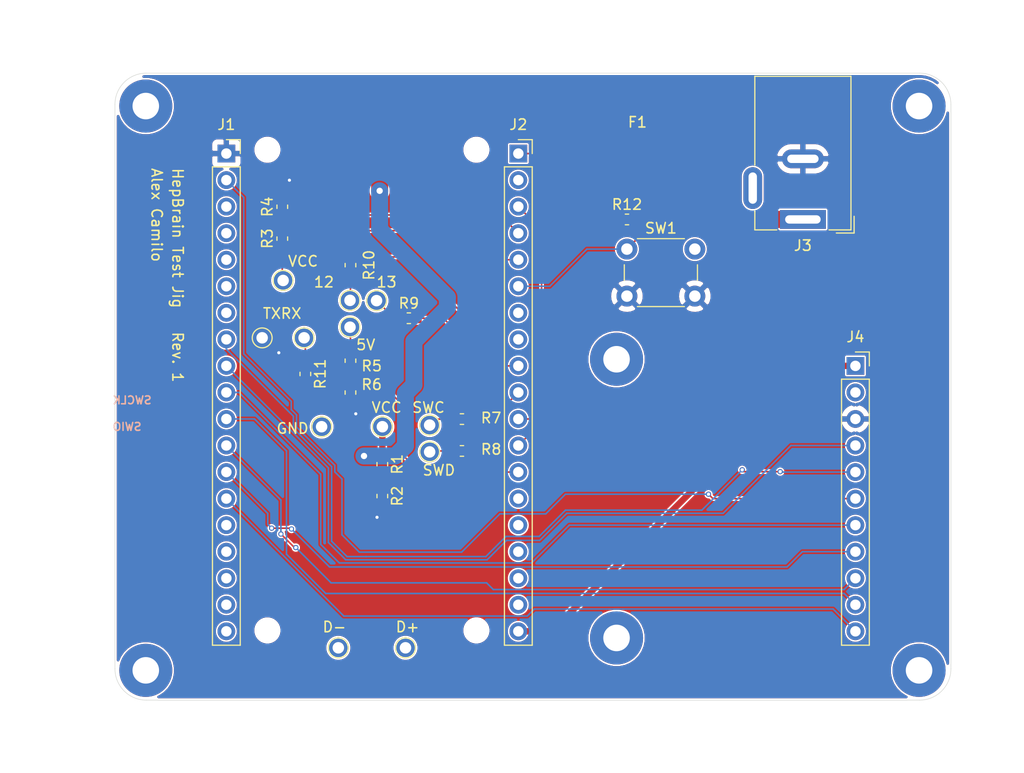
<source format=kicad_pcb>
(kicad_pcb (version 20171130) (host pcbnew "(5.1.6)-1")
  (layers (0 F.Cu signal) (31 B.Cu signal) (34 B.Paste user hide) (35 F.Paste user hide) (36 B.SilkS user hide) (37 F.SilkS user) (38 B.Mask user hide) (39 F.Mask user hide) (44 Edge.Cuts user))
  (net 0 "")
  (net 1 "Net-(J1-Pad3)")
  (net 2 "Net-(J1-Pad4)")
  (net 3 "Net-(J1-Pad5)")
  (net 4 "Net-(J1-Pad6)")
  (net 5 "Net-(J1-Pad7)")
  (net 6 "Net-(J1-Pad15)")
  (net 7 "Net-(J1-Pad16)")
  (net 8 "Net-(J1-Pad17)")
  (net 9 "Net-(J1-Pad18)")
  (net 10 "Net-(J1-Pad19)")
  (net 11 "Net-(J2-Pad18)")
  (net 12 "Net-(J2-Pad17)")
  (net 13 "Net-(J2-Pad16)")
  (net 14 "Net-(J2-Pad15)")
  (net 15 "Net-(J2-Pad14)")
  (net 16 "Net-(J2-Pad13)")
  (net 17 "Net-(J2-Pad12)")
  (net 18 "Net-(J2-Pad11)")
  (net 19 "Net-(J2-Pad10)")
  (net 20 "Net-(J2-Pad9)")
  (net 21 "Net-(J2-Pad8)")
  (net 22 "Net-(J2-Pad7)")
  (net 23 "Net-(J2-Pad2)")
  (net 24 TARGET_SWD_CK)
  (net 25 TARGET_SWD_DAT)
  (net 26 TARGET_SERVO_13)
  (net 27 TARGET_SERVO_12)
  (net 28 TARGET_SERVO_5V)
  (net 29 TARGET_TXRX)
  (net 30 TARGET_GND_JACK)
  (net 31 TARGET_VCC_JACK)
  (net 32 TARGET_USB_DP)
  (net 33 TARGET_VCC_SERVO)
  (net 34 TARGET_USB_DM)
  (net 35 GND)
  (net 36 ADC_5V)
  (net 37 ADC_SERVO_VCC)
  (net 38 ADC_JACK_VCC)
  (net 39 "Net-(J4-Pad1)")
  (net 40 "Net-(J4-Pad2)")
  (net 41 "Net-(J4-Pad11)")
  (net 42 VCC)
  (net 43 MOSI)
  (net 44 MISO)
  (net 45 SCK)
  (net 46 SSTFT)
  (net 47 SSSD)
  (net 48 DC)
  (net 49 RST)
  (net 50 LIT)
  (net 51 +5V)
  (net 52 sw)
  (net 53 +3V3)
  (module MountingHole:MountingHole_2.2mm_M2 (layer F.Cu) (at 144.59082 108.3302)
    (fp_text reference H1 hide)
    (fp_text value MountingHole)
    (pad 1 np_thru_hole circle (at 0 0) (size 2.2 2.2) (drill 2.2) (layers *.Cu *.Mask))
  )
  (module MountingHole:MountingHole_2.2mm_M2 (layer F.Cu) (at 164.59082 108.3302)
    (fp_text reference H2 hide)
    (fp_text value MountingHole)
    (pad 1 np_thru_hole circle (at 0 0) (size 2.2 2.2) (drill 2.2) (layers *.Cu *.Mask))
  )
  (module MountingHole:MountingHole_2.2mm_M2 (layer F.Cu) (at 144.59082 62.3302)
    (fp_text reference H3 hide)
    (fp_text value MountingHole)
    (pad 1 np_thru_hole circle (at 0 0) (size 2.2 2.2) (drill 2.2) (layers *.Cu *.Mask))
  )
  (module MountingHole:MountingHole_2.2mm_M2 (layer F.Cu) (at 164.59082 62.3302)
    (fp_text reference H4 hide)
    (fp_text value MountingHole)
    (pad 1 np_thru_hole circle (at 0 0) (size 2.2 2.2) (drill 2.2) (layers *.Cu *.Mask))
  )
  (module TestPoint:TestPoint_Pad_D1.5mm (layer F.Cu) (at 160.11482 88.68258)
    (fp_text reference TP1 hide)
    (fp_text value TestPoint)
    (fp_circle (center 0 0) (end 0 0.95) (layer F.SilkS) (width 0.12))
    (pad 1 smd circle (at 0 0) (size 1.5 1.5) (layers F.Cu F.Mask) (net 24 TARGET_SWD_CK))
  )
  (module TestPoint:TestPoint_Pad_D1.5mm (layer F.Cu) (at 160.11736 91.23274)
    (fp_text reference TP2 hide)
    (fp_text value TestPoint)
    (fp_circle (center 0 0) (end 0 0.95) (layer F.SilkS) (width 0.12))
    (pad 1 smd circle (at 0 0) (size 1.5 1.5) (layers F.Cu F.Mask) (net 25 TARGET_SWD_DAT))
  )
  (module TestPoint:TestPoint_Pad_D1.5mm (layer F.Cu) (at 155.03736 76.7649)
    (fp_text reference TP3 hide)
    (fp_text value TestPoint)
    (fp_circle (center 0 0) (end 0 0.95) (layer F.SilkS) (width 0.12))
    (pad 1 smd circle (at 0 0) (size 1.5 1.5) (layers F.Cu F.Mask) (net 26 TARGET_SERVO_13))
  )
  (module TestPoint:TestPoint_Pad_D1.5mm (layer F.Cu) (at 152.49228 76.74966)
    (fp_text reference TP4 hide)
    (fp_text value TestPoint)
    (fp_circle (center 0 0) (end 0 0.95) (layer F.SilkS) (width 0.12))
    (pad 1 smd circle (at 0 0) (size 1.5 1.5) (layers F.Cu F.Mask) (net 27 TARGET_SERVO_12))
  )
  (module TestPoint:TestPoint_Pad_D1.5mm (layer F.Cu) (at 152.49482 79.2922)
    (fp_text reference TP5 hide)
    (fp_text value TestPoint)
    (fp_circle (center 0 0) (end 0 0.95) (layer F.SilkS) (width 0.12))
    (pad 1 smd circle (at 0 0) (size 1.5 1.5) (layers F.Cu F.Mask) (net 28 TARGET_SERVO_5V))
  )
  (module TestPoint:TestPoint_Pad_D1.5mm (layer F.Cu) (at 148.093 80.3302)
    (fp_text reference TP6 hide)
    (fp_text value TestPoint)
    (fp_circle (center 0 0) (end 0 0.95) (layer F.SilkS) (width 0.12))
    (pad 1 smd circle (at 0 0) (size 1.5 1.5) (layers F.Cu F.Mask) (net 29 TARGET_TXRX))
  )
  (module TestPoint:TestPoint_Pad_D1.5mm (layer F.Cu) (at 144.09082 80.3336)
    (fp_text reference TP7 hide)
    (fp_text value TestPoint)
    (fp_circle (center 0 0) (end 0 0.95) (layer F.SilkS) (width 0.12))
    (pad 1 smd circle (at 0 0) (size 1.5 1.5) (layers F.Cu F.Mask) (net 35 GND))
  )
  (module TestPoint:TestPoint_Pad_D1.5mm (layer F.Cu) (at 149.79082 88.83498)
    (fp_text reference TP8 hide)
    (fp_text value TestPoint)
    (fp_circle (center 0 0) (end 0 0.95) (layer F.SilkS) (width 0.12))
    (pad 1 smd circle (at 0 0) (size 1.5 1.5) (layers F.Cu F.Mask) (net 30 TARGET_GND_JACK))
  )
  (module TestPoint:TestPoint_Pad_D1.5mm (layer F.Cu) (at 155.59082 88.83498)
    (fp_text reference TP9 hide)
    (fp_text value TestPoint)
    (fp_circle (center 0 0) (end 0 0.95) (layer F.SilkS) (width 0.12))
    (pad 1 smd circle (at 0 0) (size 1.5 1.5) (layers F.Cu F.Mask) (net 31 TARGET_VCC_JACK))
  )
  (module TestPoint:TestPoint_Pad_D1.5mm (layer F.Cu) (at 157.807486 109.99826)
    (fp_text reference TP10 hide)
    (fp_text value TestPoint)
    (fp_circle (center 0 0) (end 0 0.95) (layer F.SilkS) (width 0.12))
    (pad 1 smd circle (at 0 0) (size 1.5 1.5) (layers F.Cu F.Mask) (net 32 TARGET_USB_DP))
  )
  (module TestPoint:TestPoint_Pad_D1.5mm (layer F.Cu) (at 146.09082 74.83196)
    (fp_text reference TP11 hide)
    (fp_text value TestPoint)
    (fp_circle (center 0 0) (end 0 0.95) (layer F.SilkS) (width 0.12))
    (pad 1 smd circle (at 0 0) (size 1.5 1.5) (layers F.Cu F.Mask) (net 33 TARGET_VCC_SERVO))
  )
  (module TestPoint:TestPoint_Pad_D1.5mm (layer F.Cu) (at 151.374153 109.99826)
    (fp_text reference TP12 hide)
    (fp_text value TestPoint)
    (fp_circle (center 0 0) (end 0 0.95) (layer F.SilkS) (width 0.12))
    (pad 1 smd circle (at 0 0) (size 1.5 1.5) (layers F.Cu F.Mask) (net 34 TARGET_USB_DM))
  )
  (module Connector_PinSocket_2.54mm:PinSocket_1x19_P2.54mm_Vertical (layer F.Cu) (at 140.662241 62.694581)
    (fp_text reference J1 (at 0 -2.77) (layer F.SilkS))
    (fp_text value Conn_01x19_Female)
    (fp_line (start 0 -1.33) (end 1.33 -1.33) (layer F.SilkS) (width 0.12))
    (fp_line (start 1.33 -1.33) (end 1.33 0) (layer F.SilkS) (width 0.12))
    (fp_line (start 1.33 1.27) (end 1.33 47.05) (layer F.SilkS) (width 0.12))
    (fp_line (start -1.33 47.05) (end 1.33 47.05) (layer F.SilkS) (width 0.12))
    (fp_line (start -1.33 1.27) (end -1.33 47.05) (layer F.SilkS) (width 0.12))
    (fp_line (start -1.33 1.27) (end 1.33 1.27) (layer F.SilkS) (width 0.12))
    (pad 1 thru_hole rect (at 0 0) (size 1.7 1.7) (drill 1) (layers *.Cu *.Mask) (net 35 GND))
    (pad 2 thru_hole oval (at 0 2.54) (size 1.7 1.7) (drill 1) (layers *.Cu *.Mask) (net 43 MOSI))
    (pad 3 thru_hole oval (at 0 5.08) (size 1.7 1.7) (drill 1) (layers *.Cu *.Mask) (net 1 "Net-(J1-Pad3)"))
    (pad 4 thru_hole oval (at 0 7.62) (size 1.7 1.7) (drill 1) (layers *.Cu *.Mask) (net 2 "Net-(J1-Pad4)"))
    (pad 5 thru_hole oval (at 0 10.16) (size 1.7 1.7) (drill 1) (layers *.Cu *.Mask) (net 3 "Net-(J1-Pad5)"))
    (pad 6 thru_hole oval (at 0 12.7) (size 1.7 1.7) (drill 1) (layers *.Cu *.Mask) (net 4 "Net-(J1-Pad6)"))
    (pad 7 thru_hole oval (at 0 15.24) (size 1.7 1.7) (drill 1) (layers *.Cu *.Mask) (net 5 "Net-(J1-Pad7)"))
    (pad 8 thru_hole oval (at 0 17.78) (size 1.7 1.7) (drill 1) (layers *.Cu *.Mask) (net 44 MISO))
    (pad 9 thru_hole oval (at 0 20.32) (size 1.7 1.7) (drill 1) (layers *.Cu *.Mask) (net 45 SCK))
    (pad 10 thru_hole oval (at 0 22.86) (size 1.7 1.7) (drill 1) (layers *.Cu *.Mask) (net 46 SSTFT))
    (pad 11 thru_hole oval (at 0 25.4) (size 1.7 1.7) (drill 1) (layers *.Cu *.Mask) (net 47 SSSD))
    (pad 12 thru_hole oval (at 0 27.94) (size 1.7 1.7) (drill 1) (layers *.Cu *.Mask) (net 48 DC))
    (pad 13 thru_hole oval (at 0 30.48) (size 1.7 1.7) (drill 1) (layers *.Cu *.Mask) (net 49 RST))
    (pad 14 thru_hole oval (at 0 33.02) (size 1.7 1.7) (drill 1) (layers *.Cu *.Mask) (net 50 LIT))
    (pad 15 thru_hole oval (at 0 35.56) (size 1.7 1.7) (drill 1) (layers *.Cu *.Mask) (net 6 "Net-(J1-Pad15)"))
    (pad 16 thru_hole oval (at 0 38.1) (size 1.7 1.7) (drill 1) (layers *.Cu *.Mask) (net 7 "Net-(J1-Pad16)"))
    (pad 17 thru_hole oval (at 0 40.64) (size 1.7 1.7) (drill 1) (layers *.Cu *.Mask) (net 8 "Net-(J1-Pad17)"))
    (pad 18 thru_hole oval (at 0 43.18) (size 1.7 1.7) (drill 1) (layers *.Cu *.Mask) (net 9 "Net-(J1-Pad18)"))
    (pad 19 thru_hole oval (at 0 45.72) (size 1.7 1.7) (drill 1) (layers *.Cu *.Mask) (net 10 "Net-(J1-Pad19)"))
  )
  (module Connector_PinSocket_2.54mm:PinSocket_1x19_P2.54mm_Vertical (layer F.Cu) (at 168.602241 62.694581)
    (fp_text reference J2 (at 0 -2.77) (layer F.SilkS))
    (fp_text value Conn_01x19_Female)
    (fp_line (start -1.33 1.27) (end 1.33 1.27) (layer F.SilkS) (width 0.12))
    (fp_line (start -1.33 1.27) (end -1.33 47.05) (layer F.SilkS) (width 0.12))
    (fp_line (start -1.33 47.05) (end 1.33 47.05) (layer F.SilkS) (width 0.12))
    (fp_line (start 1.33 1.27) (end 1.33 47.05) (layer F.SilkS) (width 0.12))
    (fp_line (start 1.33 -1.33) (end 1.33 0) (layer F.SilkS) (width 0.12))
    (fp_line (start 0 -1.33) (end 1.33 -1.33) (layer F.SilkS) (width 0.12))
    (pad 19 thru_hole oval (at 0 45.72) (size 1.7 1.7) (drill 1) (layers *.Cu *.Mask) (net 51 +5V))
    (pad 18 thru_hole oval (at 0 43.18) (size 1.7 1.7) (drill 1) (layers *.Cu *.Mask) (net 11 "Net-(J2-Pad18)"))
    (pad 17 thru_hole oval (at 0 40.64) (size 1.7 1.7) (drill 1) (layers *.Cu *.Mask) (net 12 "Net-(J2-Pad17)"))
    (pad 16 thru_hole oval (at 0 38.1) (size 1.7 1.7) (drill 1) (layers *.Cu *.Mask) (net 13 "Net-(J2-Pad16)"))
    (pad 15 thru_hole oval (at 0 35.56) (size 1.7 1.7) (drill 1) (layers *.Cu *.Mask) (net 14 "Net-(J2-Pad15)"))
    (pad 14 thru_hole oval (at 0 33.02) (size 1.7 1.7) (drill 1) (layers *.Cu *.Mask) (net 15 "Net-(J2-Pad14)"))
    (pad 13 thru_hole oval (at 0 30.48) (size 1.7 1.7) (drill 1) (layers *.Cu *.Mask) (net 16 "Net-(J2-Pad13)"))
    (pad 12 thru_hole oval (at 0 27.94) (size 1.7 1.7) (drill 1) (layers *.Cu *.Mask) (net 17 "Net-(J2-Pad12)"))
    (pad 11 thru_hole oval (at 0 25.4) (size 1.7 1.7) (drill 1) (layers *.Cu *.Mask) (net 18 "Net-(J2-Pad11)"))
    (pad 10 thru_hole oval (at 0 22.86) (size 1.7 1.7) (drill 1) (layers *.Cu *.Mask) (net 19 "Net-(J2-Pad10)"))
    (pad 9 thru_hole oval (at 0 20.32) (size 1.7 1.7) (drill 1) (layers *.Cu *.Mask) (net 20 "Net-(J2-Pad9)"))
    (pad 8 thru_hole oval (at 0 17.78) (size 1.7 1.7) (drill 1) (layers *.Cu *.Mask) (net 21 "Net-(J2-Pad8)"))
    (pad 7 thru_hole oval (at 0 15.24) (size 1.7 1.7) (drill 1) (layers *.Cu *.Mask) (net 22 "Net-(J2-Pad7)"))
    (pad 6 thru_hole oval (at 0 12.7) (size 1.7 1.7) (drill 1) (layers *.Cu *.Mask) (net 52 sw))
    (pad 5 thru_hole oval (at 0 10.16) (size 1.7 1.7) (drill 1) (layers *.Cu *.Mask) (net 36 ADC_5V))
    (pad 4 thru_hole oval (at 0 7.62) (size 1.7 1.7) (drill 1) (layers *.Cu *.Mask) (net 37 ADC_SERVO_VCC))
    (pad 3 thru_hole oval (at 0 5.08) (size 1.7 1.7) (drill 1) (layers *.Cu *.Mask) (net 38 ADC_JACK_VCC))
    (pad 2 thru_hole oval (at 0 2.54) (size 1.7 1.7) (drill 1) (layers *.Cu *.Mask) (net 23 "Net-(J2-Pad2)"))
    (pad 1 thru_hole rect (at 0 0) (size 1.7 1.7) (drill 1) (layers *.Cu *.Mask) (net 53 +3V3))
  )
  (module Connector_BarrelJack:BarrelJack_Wuerth_6941xx301002 (layer F.Cu) (at 195.83484 69 180)
    (fp_text reference J3 (at 0 -2.5) (layer F.SilkS))
    (fp_text value Barrel_Jack)
    (fp_line (start -4.6 -1) (end -2.5 -1) (layer F.SilkS) (width 0.12))
    (fp_line (start -4.9 -1.3) (end -4.9 0.3) (layer F.SilkS) (width 0.12))
    (fp_line (start -3.2 -1.3) (end -4.9 -1.3) (layer F.SilkS) (width 0.12))
    (fp_line (start 4.6 -1) (end 4.6 0.8) (layer F.SilkS) (width 0.12))
    (fp_line (start 2.5 -1) (end 4.6 -1) (layer F.SilkS) (width 0.12))
    (fp_line (start -4.6 13.7) (end -4.6 -1) (layer F.SilkS) (width 0.12))
    (fp_line (start 4.6 13.7) (end -4.6 13.7) (layer F.SilkS) (width 0.12))
    (fp_line (start 4.6 5.2) (end 4.6 13.7) (layer F.SilkS) (width 0.12))
    (pad 3 thru_hole oval (at 4.8 3 270) (size 4 1.8) (drill oval 3 0.8) (layers *.Cu *.Mask))
    (pad 2 thru_hole oval (at 0 5.8 180) (size 4 1.8) (drill oval 3 0.8) (layers *.Cu *.Mask) (net 35 GND))
    (pad 1 thru_hole rect (at 0 0 180) (size 4.4 1.8) (drill oval 3.4 0.8) (layers *.Cu *.Mask) (net 42 VCC))
  )
  (module Connector_PinSocket_2.54mm:PinSocket_1x11_P2.54mm_Vertical (layer F.Cu) (at 200.8615 83.014581)
    (fp_text reference J4 (at 0 -2.77) (layer F.SilkS))
    (fp_text value Conn_01x11_Female)
    (fp_line (start 0 -1.33) (end 1.33 -1.33) (layer F.SilkS) (width 0.12))
    (fp_line (start 1.33 -1.33) (end 1.33 0) (layer F.SilkS) (width 0.12))
    (fp_line (start 1.33 1.27) (end 1.33 26.73) (layer F.SilkS) (width 0.12))
    (fp_line (start -1.33 26.73) (end 1.33 26.73) (layer F.SilkS) (width 0.12))
    (fp_line (start -1.33 1.27) (end -1.33 26.73) (layer F.SilkS) (width 0.12))
    (fp_line (start -1.33 1.27) (end 1.33 1.27) (layer F.SilkS) (width 0.12))
    (pad 1 thru_hole rect (at 0 0) (size 1.7 1.7) (drill 1) (layers *.Cu *.Mask) (net 51 +5V))
    (pad 2 thru_hole oval (at 0 2.54) (size 1.7 1.7) (drill 1) (layers *.Cu *.Mask) (net 40 "Net-(J4-Pad2)"))
    (pad 3 thru_hole oval (at 0 5.08) (size 1.7 1.7) (drill 1) (layers *.Cu *.Mask) (net 35 GND))
    (pad 4 thru_hole oval (at 0 7.62) (size 1.7 1.7) (drill 1) (layers *.Cu *.Mask) (net 45 SCK))
    (pad 5 thru_hole oval (at 0 10.16) (size 1.7 1.7) (drill 1) (layers *.Cu *.Mask) (net 44 MISO))
    (pad 6 thru_hole oval (at 0 12.7) (size 1.7 1.7) (drill 1) (layers *.Cu *.Mask) (net 43 MOSI))
    (pad 7 thru_hole oval (at 0 15.24) (size 1.7 1.7) (drill 1) (layers *.Cu *.Mask) (net 46 SSTFT))
    (pad 8 thru_hole oval (at 0 17.78) (size 1.7 1.7) (drill 1) (layers *.Cu *.Mask) (net 49 RST))
    (pad 9 thru_hole oval (at 0 20.32) (size 1.7 1.7) (drill 1) (layers *.Cu *.Mask) (net 48 DC))
    (pad 10 thru_hole oval (at 0 22.86) (size 1.7 1.7) (drill 1) (layers *.Cu *.Mask) (net 47 SSSD))
    (pad 11 thru_hole oval (at 0 25.4) (size 1.7 1.7) (drill 1) (layers *.Cu *.Mask) (net 50 LIT))
  )
  (module Resistor_SMD:R_0603_1608Metric (layer F.Cu) (at 155.586 92.424 270)
    (fp_text reference R1 (at 0 -1.43 90) (layer F.SilkS))
    (fp_text value 50k)
    (fp_line (start -0.162779 0.51) (end 0.162779 0.51) (layer F.SilkS) (width 0.12))
    (fp_line (start -0.162779 -0.51) (end 0.162779 -0.51) (layer F.SilkS) (width 0.12))
    (pad 1 smd roundrect (at -0.7875 0 270) (size 0.875 0.95) (layers F.Cu F.Paste F.Mask) (net 31 TARGET_VCC_JACK))
    (pad 2 smd roundrect (at 0.7875 0 270) (size 0.875 0.95) (layers F.Cu F.Paste F.Mask) (net 38 ADC_JACK_VCC))
  )
  (module Resistor_SMD:R_0603_1608Metric (layer F.Cu) (at 155.586 95.472 270)
    (fp_text reference R2 (at 0 -1.43 90) (layer F.SilkS))
    (fp_text value 10k)
    (fp_line (start -0.162779 0.51) (end 0.162779 0.51) (layer F.SilkS) (width 0.12))
    (fp_line (start -0.162779 -0.51) (end 0.162779 -0.51) (layer F.SilkS) (width 0.12))
    (pad 1 smd roundrect (at -0.7875 0 270) (size 0.875 0.95) (layers F.Cu F.Paste F.Mask) (net 38 ADC_JACK_VCC))
    (pad 2 smd roundrect (at 0.7875 0 270) (size 0.875 0.95) (layers F.Cu F.Paste F.Mask) (net 35 GND))
  )
  (module Resistor_SMD:R_0603_1608Metric (layer F.Cu) (at 146.013361 70.834 90)
    (fp_text reference R3 (at 0 -1.43 90) (layer F.SilkS))
    (fp_text value 50k)
    (fp_line (start -0.162779 -0.51) (end 0.162779 -0.51) (layer F.SilkS) (width 0.12))
    (fp_line (start -0.162779 0.51) (end 0.162779 0.51) (layer F.SilkS) (width 0.12))
    (pad 2 smd roundrect (at 0.7875 0 90) (size 0.875 0.95) (layers F.Cu F.Paste F.Mask) (net 37 ADC_SERVO_VCC))
    (pad 1 smd roundrect (at -0.7875 0 90) (size 0.875 0.95) (layers F.Cu F.Paste F.Mask) (net 33 TARGET_VCC_SERVO))
  )
  (module Resistor_SMD:R_0603_1608Metric (layer F.Cu) (at 146.013361 67.786 90)
    (fp_text reference R4 (at 0 -1.43 90) (layer F.SilkS))
    (fp_text value 10k)
    (fp_line (start -0.162779 0.51) (end 0.162779 0.51) (layer F.SilkS) (width 0.12))
    (fp_line (start -0.162779 -0.51) (end 0.162779 -0.51) (layer F.SilkS) (width 0.12))
    (pad 1 smd roundrect (at -0.7875 0 90) (size 0.875 0.95) (layers F.Cu F.Paste F.Mask) (net 37 ADC_SERVO_VCC))
    (pad 2 smd roundrect (at 0.7875 0 90) (size 0.875 0.95) (layers F.Cu F.Paste F.Mask) (net 35 GND))
  )
  (module Resistor_SMD:R_0603_1608Metric (layer F.Cu) (at 152.538 82.518 270)
    (fp_text reference R5 (at 0.508 -2.032 180) (layer F.SilkS))
    (fp_text value 50k)
    (fp_line (start -0.162779 -0.51) (end 0.162779 -0.51) (layer F.SilkS) (width 0.12))
    (fp_line (start -0.162779 0.51) (end 0.162779 0.51) (layer F.SilkS) (width 0.12))
    (pad 2 smd roundrect (at 0.7875 0 270) (size 0.875 0.95) (layers F.Cu F.Paste F.Mask) (net 36 ADC_5V))
    (pad 1 smd roundrect (at -0.7875 0 270) (size 0.875 0.95) (layers F.Cu F.Paste F.Mask) (net 28 TARGET_SERVO_5V))
  )
  (module Resistor_SMD:R_0603_1608Metric (layer F.Cu) (at 152.538 85.566 270)
    (fp_text reference R6 (at -0.762 -2.032 180) (layer F.SilkS))
    (fp_text value 10k)
    (fp_line (start -0.162779 -0.51) (end 0.162779 -0.51) (layer F.SilkS) (width 0.12))
    (fp_line (start -0.162779 0.51) (end 0.162779 0.51) (layer F.SilkS) (width 0.12))
    (pad 2 smd roundrect (at 0.7875 0 270) (size 0.875 0.95) (layers F.Cu F.Paste F.Mask) (net 35 GND))
    (pad 1 smd roundrect (at -0.7875 0 270) (size 0.875 0.95) (layers F.Cu F.Paste F.Mask) (net 36 ADC_5V))
  )
  (module Resistor_SMD:R_0603_1608Metric (layer F.Cu) (at 163.206 88.106 180)
    (fp_text reference R7 (at -2.794 0.106) (layer F.SilkS))
    (fp_text value 330)
    (fp_line (start -0.162779 0.51) (end 0.162779 0.51) (layer F.SilkS) (width 0.12))
    (fp_line (start -0.162779 -0.51) (end 0.162779 -0.51) (layer F.SilkS) (width 0.12))
    (pad 1 smd roundrect (at -0.7875 0 180) (size 0.875 0.95) (layers F.Cu F.Paste F.Mask) (net 20 "Net-(J2-Pad9)"))
    (pad 2 smd roundrect (at 0.7875 0 180) (size 0.875 0.95) (layers F.Cu F.Paste F.Mask) (net 24 TARGET_SWD_CK))
  )
  (module Resistor_SMD:R_0603_1608Metric (layer F.Cu) (at 163.206 91.154)
    (fp_text reference R8 (at 2.794 -0.154) (layer F.SilkS))
    (fp_text value 330)
    (fp_line (start -0.162779 -0.51) (end 0.162779 -0.51) (layer F.SilkS) (width 0.12))
    (fp_line (start -0.162779 0.51) (end 0.162779 0.51) (layer F.SilkS) (width 0.12))
    (pad 2 smd roundrect (at 0.7875 0) (size 0.875 0.95) (layers F.Cu F.Paste F.Mask) (net 19 "Net-(J2-Pad10)"))
    (pad 1 smd roundrect (at -0.7875 0) (size 0.875 0.95) (layers F.Cu F.Paste F.Mask) (net 25 TARGET_SWD_DAT))
  )
  (module Resistor_SMD:R_0603_1608Metric (layer F.Cu) (at 158.126 78.454)
    (fp_text reference R9 (at 0 -1.43) (layer F.SilkS))
    (fp_text value 330)
    (fp_line (start -0.162779 0.51) (end 0.162779 0.51) (layer F.SilkS) (width 0.12))
    (fp_line (start -0.162779 -0.51) (end 0.162779 -0.51) (layer F.SilkS) (width 0.12))
    (pad 1 smd roundrect (at -0.7875 0) (size 0.875 0.95) (layers F.Cu F.Paste F.Mask) (net 26 TARGET_SERVO_13))
    (pad 2 smd roundrect (at 0.7875 0) (size 0.875 0.95) (layers F.Cu F.Paste F.Mask) (net 18 "Net-(J2-Pad11)"))
  )
  (module Resistor_SMD:R_0603_1608Metric (layer F.Cu) (at 152.538 73.374 90)
    (fp_text reference R10 (at 0 1.778 90) (layer F.SilkS))
    (fp_text value 330)
    (fp_line (start -0.162779 -0.51) (end 0.162779 -0.51) (layer F.SilkS) (width 0.12))
    (fp_line (start -0.162779 0.51) (end 0.162779 0.51) (layer F.SilkS) (width 0.12))
    (pad 2 smd roundrect (at 0.7875 0 90) (size 0.875 0.95) (layers F.Cu F.Paste F.Mask) (net 17 "Net-(J2-Pad12)"))
    (pad 1 smd roundrect (at -0.7875 0 90) (size 0.875 0.95) (layers F.Cu F.Paste F.Mask) (net 27 TARGET_SERVO_12))
  )
  (module Resistor_SMD:R_0603_1608Metric (layer F.Cu) (at 148.22 83.788 270)
    (fp_text reference R11 (at 0 -1.43 90) (layer F.SilkS))
    (fp_text value 330)
    (fp_line (start -0.162779 0.51) (end 0.162779 0.51) (layer F.SilkS) (width 0.12))
    (fp_line (start -0.162779 -0.51) (end 0.162779 -0.51) (layer F.SilkS) (width 0.12))
    (pad 1 smd roundrect (at -0.7875 0 270) (size 0.875 0.95) (layers F.Cu F.Paste F.Mask) (net 29 TARGET_TXRX))
    (pad 2 smd roundrect (at 0.7875 0 270) (size 0.875 0.95) (layers F.Cu F.Paste F.Mask) (net 16 "Net-(J2-Pad13)"))
  )
  (module unified:NANO-0154-OMNI-BLOK-Fuse-Holder (layer F.Cu) (at 180 63 180)
    (fp_text reference F1 (at 0 3.302) (layer F.SilkS))
    (fp_text value Fuse)
    (pad 1 smd rect (at -3.185 0 180) (size 4.24 3.81) (layers F.Cu F.Paste F.Mask) (net 42 VCC))
    (pad 2 smd rect (at 3.185 0 180) (size 4.24 3.81) (layers F.Cu F.Paste F.Mask) (net 31 TARGET_VCC_JACK))
  )
  (module Button_Switch_THT:SW_PUSH_6mm (layer F.Cu) (at 178.99464 71.83774)
    (fp_text reference SW1 (at 3.25 -2) (layer F.SilkS))
    (fp_text value SW_Push)
    (fp_line (start 6.75 3) (end 6.75 1.5) (layer F.SilkS) (width 0.12))
    (fp_line (start 5.5 -1) (end 1 -1) (layer F.SilkS) (width 0.12))
    (fp_line (start -0.25 1.5) (end -0.25 3) (layer F.SilkS) (width 0.12))
    (fp_line (start 1 5.5) (end 5.5 5.5) (layer F.SilkS) (width 0.12))
    (pad 2 thru_hole circle (at 0 4.5 90) (size 2 2) (drill 1.1) (layers *.Cu *.Mask) (net 35 GND))
    (pad 1 thru_hole circle (at 0 0 90) (size 2 2) (drill 1.1) (layers *.Cu *.Mask) (net 52 sw))
    (pad 2 thru_hole circle (at 6.5 4.5 90) (size 2 2) (drill 1.1) (layers *.Cu *.Mask) (net 35 GND))
    (pad 1 thru_hole circle (at 6.5 0 90) (size 2 2) (drill 1.1) (layers *.Cu *.Mask) (net 52 sw))
  )
  (module Resistor_SMD:R_0603_1608Metric (layer F.Cu) (at 179 69)
    (fp_text reference R12 (at 0 -1.43) (layer F.SilkS))
    (fp_text value 10k)
    (fp_line (start -0.162779 0.51) (end 0.162779 0.51) (layer F.SilkS) (width 0.12))
    (fp_line (start -0.162779 -0.51) (end 0.162779 -0.51) (layer F.SilkS) (width 0.12))
    (pad 1 smd roundrect (at -0.7875 0) (size 0.875 0.95) (layers F.Cu F.Paste F.Mask) (net 53 +3V3))
    (pad 2 smd roundrect (at 0.7875 0) (size 0.875 0.95) (layers F.Cu F.Paste F.Mask) (net 52 sw))
  )
  (gr_text "Alex Camilo" (at 134 64 270) (layer F.SilkS) (effects (font (size 1 1)) (justify left)))
  (gr_text "HepBrain Test Jig   Rev. 1" (at 136 64 270) (layer F.SilkS) (effects (font (size 1 1)) (justify left)))
  (gr_text D+ (at 158 108) (layer F.SilkS) (effects (font (size 1 1))))
  (gr_text D- (at 151 108) (layer F.SilkS) (effects (font (size 1 1))))
  (gr_text SWD (at 161 93) (layer F.SilkS) (effects (font (size 1 1))))
  (gr_text SWC (at 160 87) (layer F.SilkS) (effects (font (size 1 1))))
  (gr_text VCC (at 156 87) (layer F.SilkS) (effects (font (size 1 1))))
  (gr_text GND (at 147 89) (layer F.SilkS) (effects (font (size 1 1))))
  (gr_text 12 (at 150 75) (layer F.SilkS) (effects (font (size 1 1))))
  (gr_text 13 (at 156 75) (layer F.SilkS) (effects (font (size 1 1))))
  (gr_text 5V (at 154 81) (layer F.SilkS) (effects (font (size 1 1))))
  (gr_text TXRX (at 146 78) (layer F.SilkS) (effects (font (size 1 1))))
  (gr_text VCC (at 148 73) (layer F.SilkS) (effects (font (size 1 1))))
  (gr_line (start 133 55) (end 207 55) (layer Edge.Cuts) (width 0.05))
  (gr_line (start 130 112) (end 130 58) (layer Edge.Cuts) (width 0.05))
  (gr_line (start 207 115) (end 133 115) (layer Edge.Cuts) (width 0.05))
  (gr_line (start 210 58) (end 210 112) (layer Edge.Cuts) (width 0.05))
  (gr_arc (start 133 112) (end 130 112) (angle -90) (layer Edge.Cuts) (width 0.05))
  (gr_arc (start 207 112) (end 207 115) (angle -90) (layer Edge.Cuts) (width 0.05))
  (gr_arc (start 207 58) (end 210 58) (angle -90) (layer Edge.Cuts) (width 0.05))
  (gr_arc (start 133 58) (end 133 55) (angle -90) (layer Edge.Cuts) (width 0.05))
  (gr_text "SWIO\n" (at 131.167858 88.84) (layer B.SilkS) (effects (font (size 0.75 0.75)) (justify mirror)))
  (gr_text SWCLK (at 131.65 86.3) (layer B.SilkS) (effects (font (size 0.75 0.75)) (justify mirror)))
  (via (at 132.9515 112.149581) (size 5.08) (drill 2.54) (layers F.Cu B.Cu) (net 0))
  (via (at 132.9515 58.149581) (size 5.08) (drill 2.54) (layers F.Cu B.Cu) (net 0))
  (via (at 206.9515 58.149581) (size 5.08) (drill 2.54) (layers F.Cu B.Cu) (net 0))
  (via (at 206.9515 112.149581) (size 5.08) (drill 2.54) (layers F.Cu B.Cu) (net 0))
  (segment (start 160.04851 93) (end 159 93) (width 0.1524) (layer F.Cu) (net 16))
  (segment (start 159 93) (end 157.618 91.618) (width 0.1524) (layer F.Cu) (net 16))
  (segment (start 156.602 85.82) (end 155.078 85.82) (width 0.1524) (layer F.Cu) (net 16))
  (segment (start 157.618 91.618) (end 157.618 86.836) (width 0.1524) (layer F.Cu) (net 16))
  (segment (start 168.602241 93.174581) (end 160.223091 93.174581) (width 0.1524) (layer F.Cu) (net 16))
  (segment (start 153.808 87.09) (end 153.808 87.852) (width 0.1524) (layer F.Cu) (net 16))
  (segment (start 160.223091 93.174581) (end 160.04851 93) (width 0.1524) (layer F.Cu) (net 16))
  (segment (start 155.078 85.82) (end 153.808 87.09) (width 0.1524) (layer F.Cu) (net 16))
  (segment (start 157.618 86.836) (end 156.602 85.82) (width 0.1524) (layer F.Cu) (net 16))
  (segment (start 153.808 87.852) (end 153.3 88.36) (width 0.1524) (layer F.Cu) (net 16))
  (segment (start 152.0045 88.36) (end 148.22 84.5755) (width 0.1524) (layer F.Cu) (net 16))
  (segment (start 153.3 88.36) (end 152.0045 88.36) (width 0.1524) (layer F.Cu) (net 16))
  (via (at 151.37722 109.99318) (size 2) (drill 1.1) (layers F.Cu B.Cu) (net 34))
  (via (at 157.80342 109.99318) (size 2) (drill 1.1) (layers F.Cu B.Cu) (net 32))
  (via (at 155.03482 76.76998) (size 2) (drill 1.1) (layers F.Cu B.Cu) (net 26))
  (via (at 152.49482 79.30998) (size 2) (drill 1.1) (layers F.Cu B.Cu) (net 28))
  (via (at 152.49482 76.74458) (size 2) (drill 1.1) (layers F.Cu B.Cu) (net 27))
  (via (at 146.09402 74.83958) (size 2) (drill 1.1) (layers F.Cu B.Cu) (net 33))
  (via (at 144.08742 80.32598) (size 2) (drill 1.1) (layers F.Cu B.Cu) (net 35))
  (via (at 148.10062 80.32598) (size 2) (drill 1.1) (layers F.Cu B.Cu) (net 29))
  (via (at 149.77702 88.83498) (size 2) (drill 1.1) (layers F.Cu B.Cu) (net 30))
  (via (at 155.59362 88.83498) (size 2) (drill 1.1) (layers F.Cu B.Cu) (net 31))
  (via (at 160.11482 91.24798) (size 2) (drill 1.1) (layers F.Cu B.Cu) (net 25))
  (via (at 160.11482 88.68258) (size 2) (drill 1.1) (layers F.Cu B.Cu) (net 24))
  (segment (start 171.384809 81.660819) (end 168.93999 79.216) (width 0.1524) (layer F.Cu) (net 17))
  (segment (start 168.602241 90.634581) (end 171.384809 87.852013) (width 0.1524) (layer F.Cu) (net 17))
  (segment (start 171.384809 87.852013) (end 171.384809 81.660819) (width 0.1524) (layer F.Cu) (net 17))
  (segment (start 168.93999 79.216) (end 164.476 79.216) (width 0.1524) (layer F.Cu) (net 17))
  (segment (start 157.8465 72.5865) (end 152.538 72.5865) (width 0.1524) (layer F.Cu) (net 17))
  (segment (start 164.476 79.216) (end 157.8465 72.5865) (width 0.1524) (layer F.Cu) (net 17))
  (segment (start 168.602241 88.094581) (end 170.075419 88.094581) (width 0.1524) (layer F.Cu) (net 18))
  (segment (start 170.075419 88.094581) (end 171.08 87.09) (width 0.1524) (layer F.Cu) (net 18))
  (segment (start 171.08 87.09) (end 171.08 82.518) (width 0.1524) (layer F.Cu) (net 18))
  (segment (start 171.08 82.518) (end 170.318 81.756) (width 0.1524) (layer F.Cu) (net 18))
  (segment (start 170.318 81.756) (end 164.73 81.756) (width 0.1524) (layer F.Cu) (net 18))
  (segment (start 164.73 81.756) (end 161.428 78.454) (width 0.1524) (layer F.Cu) (net 18))
  (segment (start 161.428 78.454) (end 158.9135 78.454) (width 0.1524) (layer F.Cu) (net 18))
  (segment (start 168.602241 85.554581) (end 166 88.156822) (width 0.1524) (layer F.Cu) (net 19))
  (segment (start 166 88.156822) (end 166 90.646) (width 0.1524) (layer F.Cu) (net 19))
  (segment (start 165.492 91.154) (end 163.9935 91.154) (width 0.1524) (layer F.Cu) (net 19))
  (segment (start 166 90.646) (end 165.492 91.154) (width 0.1524) (layer F.Cu) (net 19))
  (segment (start 166 86.836) (end 164.73 88.106) (width 0.1524) (layer F.Cu) (net 20))
  (segment (start 164.73 88.106) (end 163.9935 88.106) (width 0.1524) (layer F.Cu) (net 20))
  (segment (start 168.602241 83.014581) (end 167.027419 83.014581) (width 0.1524) (layer F.Cu) (net 20))
  (segment (start 166 84.042) (end 166 86.836) (width 0.1524) (layer F.Cu) (net 20))
  (segment (start 167.027419 83.014581) (end 166 84.042) (width 0.1524) (layer F.Cu) (net 20))
  (segment (start 160.6914 88.106) (end 160.11482 88.68258) (width 0.1524) (layer F.Cu) (net 24))
  (segment (start 162.4185 88.106) (end 160.6914 88.106) (width 0.1524) (layer F.Cu) (net 24))
  (segment (start 160.1961 91.154) (end 160.11736 91.23274) (width 0.1524) (layer F.Cu) (net 25))
  (segment (start 162.4185 91.154) (end 160.1961 91.154) (width 0.1524) (layer F.Cu) (net 25))
  (segment (start 156.72646 78.454) (end 155.03736 76.7649) (width 0.1524) (layer F.Cu) (net 26))
  (segment (start 157.3385 78.454) (end 156.72646 78.454) (width 0.1524) (layer F.Cu) (net 26))
  (segment (start 152.538 76.70394) (end 152.49228 76.74966) (width 0.1524) (layer F.Cu) (net 27))
  (segment (start 152.538 74.1615) (end 152.538 76.70394) (width 0.1524) (layer F.Cu) (net 27))
  (segment (start 152.538 79.33538) (end 152.49482 79.2922) (width 0.1524) (layer F.Cu) (net 28))
  (segment (start 152.538 81.7305) (end 152.538 79.33538) (width 0.1524) (layer F.Cu) (net 28))
  (segment (start 148.22 80.4572) (end 148.093 80.3302) (width 0.1524) (layer F.Cu) (net 29))
  (segment (start 148.22 83.0005) (end 148.22 80.4572) (width 0.1524) (layer F.Cu) (net 29))
  (segment (start 155.59082 91.63168) (end 155.586 91.6365) (width 0.6096) (layer F.Cu) (net 31))
  (segment (start 155.59082 88.83498) (end 155.59082 91.63168) (width 0.6096) (layer F.Cu) (net 31))
  (segment (start 153.8335 91.6365) (end 153.808 91.662) (width 0.6096) (layer F.Cu) (net 31))
  (segment (start 155.586 91.6365) (end 153.8335 91.6365) (width 0.6096) (layer F.Cu) (net 31))
  (segment (start 161.936 57.118) (end 155.332 63.722) (width 1.6256) (layer F.Cu) (net 31))
  (via (at 155.332 66.262) (size 1) (drill 0.6) (layers F.Cu B.Cu) (net 31))
  (segment (start 155.332 63.722) (end 155.332 66.262) (width 1.6256) (layer F.Cu) (net 31))
  (via (at 153.8335 91.6365) (size 1) (drill 0.6) (layers F.Cu B.Cu) (net 31))
  (segment (start 155.332 66.262) (end 155.332 69.9704) (width 1.6256) (layer B.Cu) (net 31))
  (segment (start 155.332 69.9704) (end 161.809 76.4474) (width 1.6256) (layer B.Cu) (net 31))
  (segment (start 161.809 76.4474) (end 161.809 77.4634) (width 1.6256) (layer B.Cu) (net 31))
  (segment (start 158.6086 80.6638) (end 158.6086 84.8294) (width 1.6256) (layer B.Cu) (net 31))
  (segment (start 161.809 77.4634) (end 158.6086 80.6638) (width 1.6256) (layer B.Cu) (net 31))
  (segment (start 158.6086 84.8294) (end 157.7958 85.6422) (width 1.6256) (layer B.Cu) (net 31))
  (segment (start 157.7958 85.6422) (end 157.7958 90.6714) (width 1.6256) (layer B.Cu) (net 31))
  (segment (start 156.8307 91.6365) (end 153.8335 91.6365) (width 1.6256) (layer B.Cu) (net 31))
  (segment (start 157.7958 90.6714) (end 156.8307 91.6365) (width 1.6256) (layer B.Cu) (net 31))
  (segment (start 168.882 57.118) (end 174.118 57.118) (width 1.6256) (layer F.Cu) (net 31))
  (segment (start 168.882 57.118) (end 161.936 57.118) (width 1.6256) (layer F.Cu) (net 31))
  (segment (start 173.683398 57.118) (end 168.882 57.118) (width 1.6256) (layer F.Cu) (net 31))
  (segment (start 176.815 59.815) (end 176.815 63) (width 1.6256) (layer F.Cu) (net 31))
  (segment (start 174.118 57.118) (end 176.815 59.815) (width 1.6256) (layer F.Cu) (net 31))
  (segment (start 146.013361 74.754501) (end 146.09082 74.83196) (width 0.1524) (layer F.Cu) (net 33))
  (segment (start 146.013361 71.6215) (end 146.013361 74.754501) (width 0.1524) (layer F.Cu) (net 33))
  (via (at 146.696 65.246) (size 0.5) (drill 0.3) (layers F.Cu B.Cu) (net 35))
  (segment (start 146.013361 66.9985) (end 146.013361 65.928639) (width 0.1524) (layer F.Cu) (net 35))
  (segment (start 146.013361 65.928639) (end 146.696 65.246) (width 0.1524) (layer F.Cu) (net 35))
  (via (at 145.68 81.756) (size 0.5) (drill 0.3) (layers F.Cu B.Cu) (net 35))
  (segment (start 144.2576 80.3336) (end 144.09082 80.3336) (width 0.1524) (layer F.Cu) (net 35))
  (segment (start 145.68 81.756) (end 144.2576 80.3336) (width 0.1524) (layer F.Cu) (net 35))
  (via (at 153.046 87.598) (size 0.5) (drill 0.3) (layers F.Cu B.Cu) (net 35))
  (segment (start 152.538 86.3535) (end 152.538 87.09) (width 0.1524) (layer F.Cu) (net 35))
  (segment (start 152.538 87.09) (end 153.046 87.598) (width 0.1524) (layer F.Cu) (net 35))
  (segment (start 155.586 96.2595) (end 155.586 96.996) (width 0.1524) (layer F.Cu) (net 35))
  (via (at 155.078 97.504) (size 0.5) (drill 0.3) (layers F.Cu B.Cu) (net 35))
  (segment (start 155.586 96.996) (end 155.078 97.504) (width 0.1524) (layer F.Cu) (net 35))
  (segment (start 152.538 83.3055) (end 152.538 84.7785) (width 0.1524) (layer F.Cu) (net 36))
  (segment (start 152.538 83.3055) (end 150.76 81.5275) (width 0.1524) (layer F.Cu) (net 36))
  (segment (start 150.76 81.5275) (end 150.76 71.342) (width 0.1524) (layer F.Cu) (net 36))
  (segment (start 150.76 71.342) (end 152.03 70.072) (width 0.1524) (layer F.Cu) (net 36))
  (segment (start 152.03 70.072) (end 162.19 70.072) (width 0.1524) (layer F.Cu) (net 36))
  (segment (start 164.972581 72.854581) (end 168.602241 72.854581) (width 0.1524) (layer F.Cu) (net 36))
  (segment (start 162.19 70.072) (end 164.972581 72.854581) (width 0.1524) (layer F.Cu) (net 36))
  (segment (start 146.013361 68.5735) (end 146.013361 70.0465) (width 0.1524) (layer F.Cu) (net 37))
  (segment (start 166.86116 68.5735) (end 146.013361 68.5735) (width 0.1524) (layer F.Cu) (net 37))
  (segment (start 168.602241 70.314581) (end 166.86116 68.5735) (width 0.1524) (layer F.Cu) (net 37))
  (segment (start 155.586 94.6845) (end 155.586 93.2115) (width 0.1524) (layer F.Cu) (net 38))
  (segment (start 155.586 93.2115) (end 158.1515 93.2115) (width 0.1524) (layer F.Cu) (net 38))
  (segment (start 159.193182 94.253182) (end 169.504818 94.253182) (width 0.1524) (layer F.Cu) (net 38))
  (segment (start 158.1515 93.2115) (end 159.193182 94.253182) (width 0.1524) (layer F.Cu) (net 38))
  (segment (start 171.689619 92.068381) (end 171.689618 81.534562) (width 0.1524) (layer F.Cu) (net 38))
  (segment (start 169.504818 94.253182) (end 171.689619 92.068381) (width 0.1524) (layer F.Cu) (net 38))
  (segment (start 171.689618 81.534562) (end 170.826 80.670944) (width 0.1524) (layer F.Cu) (net 38))
  (segment (start 170.826 69.99834) (end 168.602241 67.774581) (width 0.1524) (layer F.Cu) (net 38))
  (segment (start 170.826 80.670944) (end 170.826 69.99834) (width 0.1524) (layer F.Cu) (net 38))
  (via (at 178.0015 109.049581) (size 5.08) (drill 2.54) (layers F.Cu B.Cu) (net 41))
  (via (at 178.0015 82.379581) (size 5.08) (drill 2.54) (layers F.Cu B.Cu) (net 39))
  (segment (start 189.185 69) (end 183.185 63) (width 1.6256) (layer F.Cu) (net 42))
  (segment (start 195.83484 69) (end 189.185 69) (width 1.6256) (layer F.Cu) (net 42))
  (via (at 186.8026 95.2942) (size 0.5) (drill 0.3) (layers F.Cu B.Cu) (net 43))
  (segment (start 200.8615 95.714581) (end 187.222981 95.714581) (width 0.1524) (layer F.Cu) (net 43))
  (segment (start 187.222981 95.714581) (end 186.8026 95.2942) (width 0.1524) (layer F.Cu) (net 43))
  (segment (start 142.3272 66.89954) (end 140.662241 65.234581) (width 0.1524) (layer B.Cu) (net 43))
  (segment (start 142.3272 81.8576) (end 142.3272 66.89954) (width 0.1524) (layer B.Cu) (net 43))
  (segment (start 146.8738 86.4042) (end 142.3272 81.8576) (width 0.1524) (layer B.Cu) (net 43))
  (segment (start 186.8026 95.2942) (end 173.112 95.2942) (width 0.1524) (layer B.Cu) (net 43))
  (segment (start 173.112 95.2942) (end 171.23022 97.17598) (width 0.1524) (layer B.Cu) (net 43))
  (segment (start 171.23022 97.17598) (end 166.84038 97.17598) (width 0.1524) (layer B.Cu) (net 43))
  (segment (start 151.7252 93.8464) (end 151.039418 93.160618) (width 0.1524) (layer B.Cu) (net 43))
  (segment (start 163.1806 100.83576) (end 153.38056 100.83576) (width 0.1524) (layer B.Cu) (net 43))
  (segment (start 153.38056 100.83576) (end 151.7252 99.1804) (width 0.1524) (layer B.Cu) (net 43))
  (segment (start 147.378605 87.703549) (end 146.8738 87.198744) (width 0.1524) (layer B.Cu) (net 43))
  (segment (start 151.039418 93.160618) (end 151.039418 92.529626) (width 0.1524) (layer B.Cu) (net 43))
  (segment (start 166.84038 97.17598) (end 163.1806 100.83576) (width 0.1524) (layer B.Cu) (net 43))
  (segment (start 147.378605 88.868813) (end 147.378605 87.703549) (width 0.1524) (layer B.Cu) (net 43))
  (segment (start 151.7252 99.1804) (end 151.7252 93.8464) (width 0.1524) (layer B.Cu) (net 43))
  (segment (start 146.8738 87.198744) (end 146.8738 86.4042) (width 0.1524) (layer B.Cu) (net 43))
  (segment (start 151.039418 92.529626) (end 147.378605 88.868813) (width 0.1524) (layer B.Cu) (net 43))
  (via (at 193.6606 93.1352) (size 0.5) (drill 0.3) (layers F.Cu B.Cu) (net 44))
  (segment (start 200.8615 93.174581) (end 193.699981 93.174581) (width 0.1524) (layer B.Cu) (net 44))
  (segment (start 193.699981 93.174581) (end 193.6606 93.1352) (width 0.1524) (layer B.Cu) (net 44))
  (via (at 190.0284 92.9574) (size 0.5) (drill 0.3) (layers F.Cu B.Cu) (net 44))
  (segment (start 193.6606 93.1352) (end 190.2062 93.1352) (width 0.1524) (layer F.Cu) (net 44))
  (segment (start 190.2062 93.1352) (end 190.0284 92.9574) (width 0.1524) (layer F.Cu) (net 44))
  (segment (start 140.662241 81.418251) (end 140.662241 80.474581) (width 0.1524) (layer B.Cu) (net 44))
  (segment (start 147.073795 87.829805) (end 140.662241 81.418251) (width 0.1524) (layer B.Cu) (net 44))
  (segment (start 147.073795 88.995069) (end 147.073795 87.829805) (width 0.1524) (layer B.Cu) (net 44))
  (segment (start 190.0284 92.9574) (end 186.16761 96.81819) (width 0.1524) (layer B.Cu) (net 44))
  (segment (start 186.16761 96.81819) (end 173.112743 96.818191) (width 0.1524) (layer B.Cu) (net 44))
  (segment (start 173.112743 96.818191) (end 170.597752 99.333182) (width 0.1524) (layer B.Cu) (net 44))
  (segment (start 152.208162 101.263562) (end 150.73461 99.79001) (width 0.1524) (layer B.Cu) (net 44))
  (segment (start 167.422752 99.333182) (end 165.492734 101.2632) (width 0.1524) (layer B.Cu) (net 44))
  (segment (start 165.492734 101.2632) (end 154.0366 101.2632) (width 0.1524) (layer B.Cu) (net 44))
  (segment (start 170.597752 99.333182) (end 167.422752 99.333182) (width 0.1524) (layer B.Cu) (net 44))
  (segment (start 154.0366 101.2632) (end 154.036238 101.263562) (width 0.1524) (layer B.Cu) (net 44))
  (segment (start 154.036238 101.263562) (end 152.208162 101.263562) (width 0.1524) (layer B.Cu) (net 44))
  (segment (start 150.73461 99.79001) (end 150.734609 92.655883) (width 0.1524) (layer B.Cu) (net 44))
  (segment (start 150.734609 92.655883) (end 147.073795 88.995069) (width 0.1524) (layer B.Cu) (net 44))
  (segment (start 188.1996 97.123) (end 194.688019 90.634581) (width 0.1524) (layer B.Cu) (net 45))
  (segment (start 173.239 97.123) (end 188.1996 97.123) (width 0.1524) (layer B.Cu) (net 45))
  (segment (start 170.64602 99.71598) (end 173.239 97.123) (width 0.1524) (layer B.Cu) (net 45))
  (segment (start 167.47102 99.71598) (end 170.64602 99.71598) (width 0.1524) (layer B.Cu) (net 45))
  (segment (start 150.4298 92.78214) (end 150.4298 99.917) (width 0.1524) (layer B.Cu) (net 45))
  (segment (start 140.662241 83.014581) (end 150.4298 92.78214) (width 0.1524) (layer B.Cu) (net 45))
  (segment (start 150.4298 99.917) (end 152.081172 101.568372) (width 0.1524) (layer B.Cu) (net 45))
  (segment (start 165.618628 101.568372) (end 167.47102 99.71598) (width 0.1524) (layer B.Cu) (net 45))
  (segment (start 194.688019 90.634581) (end 200.8615 90.634581) (width 0.1524) (layer B.Cu) (net 45))
  (segment (start 152.081172 101.568372) (end 165.618628 101.568372) (width 0.1524) (layer B.Cu) (net 45))
  (segment (start 200.8615 98.254581) (end 173.481189 98.254581) (width 0.1524) (layer B.Cu) (net 46))
  (segment (start 151.471582 101.873182) (end 149.6932 100.0948) (width 0.1524) (layer B.Cu) (net 46))
  (segment (start 149.6932 93.383459) (end 141.864322 85.554581) (width 0.1524) (layer B.Cu) (net 46))
  (segment (start 173.481189 98.254581) (end 169.862588 101.873182) (width 0.1524) (layer B.Cu) (net 46))
  (segment (start 169.862588 101.873182) (end 151.471582 101.873182) (width 0.1524) (layer B.Cu) (net 46))
  (segment (start 141.864322 85.554581) (end 140.662241 85.554581) (width 0.1524) (layer B.Cu) (net 46))
  (segment (start 149.6932 100.0948) (end 149.6932 93.383459) (width 0.1524) (layer B.Cu) (net 46))
  (segment (start 199.782899 104.79598) (end 150.174706 104.79598) (width 0.1524) (layer B.Cu) (net 47))
  (segment (start 200.8615 105.874581) (end 199.782899 104.79598) (width 0.1524) (layer B.Cu) (net 47))
  (segment (start 150.174706 104.79598) (end 146.4166 101.037874) (width 0.1524) (layer B.Cu) (net 47))
  (segment (start 146.4166 101.037874) (end 146.4166 91.154) (width 0.1524) (layer B.Cu) (net 47))
  (segment (start 143.357181 88.094581) (end 140.662241 88.094581) (width 0.1524) (layer B.Cu) (net 47))
  (segment (start 146.4166 91.154) (end 143.357181 88.094581) (width 0.1524) (layer B.Cu) (net 47))
  (via (at 145.8832 99.1042) (size 0.5) (drill 0.3) (layers F.Cu B.Cu) (net 48))
  (segment (start 140.662241 90.634581) (end 145.8832 95.85554) (width 0.1524) (layer B.Cu) (net 48))
  (segment (start 145.8832 95.85554) (end 145.8832 99.1042) (width 0.1524) (layer B.Cu) (net 48))
  (via (at 147.3056 100.3996) (size 0.5) (drill 0.3) (layers F.Cu B.Cu) (net 48))
  (segment (start 145.8832 99.1042) (end 147.1786 100.3996) (width 0.1524) (layer F.Cu) (net 48))
  (segment (start 147.1786 100.3996) (end 147.3056 100.3996) (width 0.1524) (layer F.Cu) (net 48))
  (segment (start 199.782899 104.413182) (end 166.203582 104.413182) (width 0.1524) (layer B.Cu) (net 48))
  (segment (start 200.8615 103.334581) (end 199.782899 104.413182) (width 0.1524) (layer B.Cu) (net 48))
  (segment (start 166.203582 104.413182) (end 165.5682 103.7778) (width 0.1524) (layer B.Cu) (net 48))
  (segment (start 150.6838 103.7778) (end 147.3056 100.3996) (width 0.1524) (layer B.Cu) (net 48))
  (segment (start 165.5682 103.7778) (end 150.6838 103.7778) (width 0.1524) (layer B.Cu) (net 48))
  (via (at 146.8952 98.6216) (size 0.5) (drill 0.3) (layers F.Cu B.Cu) (net 49))
  (segment (start 145.8324 98.5454) (end 146.819 98.5454) (width 0.1524) (layer F.Cu) (net 49))
  (segment (start 146.819 98.5454) (end 146.8952 98.6216) (width 0.1524) (layer F.Cu) (net 49))
  (segment (start 144.62463 98.17583) (end 144.9942 98.5454) (width 0.1524) (layer B.Cu) (net 49))
  (via (at 144.9942 98.5454) (size 0.5) (drill 0.3) (layers F.Cu B.Cu) (net 49))
  (segment (start 144.62463 97.13697) (end 144.62463 98.17583) (width 0.1524) (layer B.Cu) (net 49))
  (segment (start 140.662241 93.174581) (end 144.62463 97.13697) (width 0.1524) (layer B.Cu) (net 49))
  (segment (start 145.8324 98.5454) (end 144.9942 98.5454) (width 0.1524) (layer F.Cu) (net 49))
  (segment (start 195.780219 100.794581) (end 200.8615 100.794581) (width 0.1524) (layer B.Cu) (net 49))
  (segment (start 194.31882 102.25598) (end 195.780219 100.794581) (width 0.1524) (layer B.Cu) (net 49))
  (segment (start 150.52958 102.25598) (end 194.31882 102.25598) (width 0.1524) (layer B.Cu) (net 49))
  (segment (start 146.8952 98.6216) (end 150.52958 102.25598) (width 0.1524) (layer B.Cu) (net 49))
  (segment (start 151.900842 106.953182) (end 140.662241 95.714581) (width 0.1524) (layer B.Cu) (net 50))
  (segment (start 169.456578 106.953182) (end 151.900842 106.953182) (width 0.1524) (layer B.Cu) (net 50))
  (segment (start 198.727899 106.28098) (end 170.12878 106.28098) (width 0.1524) (layer B.Cu) (net 50))
  (segment (start 170.12878 106.28098) (end 169.456578 106.953182) (width 0.1524) (layer B.Cu) (net 50))
  (segment (start 200.8615 108.414581) (end 198.727899 106.28098) (width 0.1524) (layer B.Cu) (net 50))
  (segment (start 200.8615 83.014581) (end 193.976819 83.014581) (width 0.6096) (layer F.Cu) (net 51))
  (segment (start 193.976819 83.014581) (end 188.0726 88.9188) (width 0.6096) (layer F.Cu) (net 51))
  (segment (start 188.0726 88.9188) (end 188.0726 92.1192) (width 0.6096) (layer F.Cu) (net 51))
  (segment (start 171.777219 108.414581) (end 168.602241 108.414581) (width 0.6096) (layer F.Cu) (net 51))
  (segment (start 188.0726 92.1192) (end 171.777219 108.414581) (width 0.6096) (layer F.Cu) (net 51))
  (segment (start 179.7875 71.04488) (end 178.99464 71.83774) (width 0.1524) (layer F.Cu) (net 52))
  (segment (start 179.7875 69) (end 179.7875 71.04488) (width 0.1524) (layer F.Cu) (net 52))
  (segment (start 168.602241 75.394581) (end 171.605419 75.394581) (width 0.1524) (layer B.Cu) (net 52))
  (segment (start 175.16226 71.83774) (end 178.99464 71.83774) (width 0.1524) (layer B.Cu) (net 52))
  (segment (start 171.605419 75.394581) (end 175.16226 71.83774) (width 0.1524) (layer B.Cu) (net 52))
  (segment (start 178.2125 69) (end 175 69) (width 0.1524) (layer F.Cu) (net 53))
  (segment (start 175 69) (end 173 67) (width 0.1524) (layer F.Cu) (net 53))
  (segment (start 173 67) (end 173 64) (width 0.1524) (layer F.Cu) (net 53))
  (segment (start 171.694581 62.694581) (end 168.602241 62.694581) (width 0.1524) (layer F.Cu) (net 53))
  (segment (start 173 64) (end 171.694581 62.694581) (width 0.1524) (layer F.Cu) (net 53))
  (zone (net 35) (net_name GND) (layer B.Cu) (connect_pads (clearance 0.1524)) (min_thickness 0.254) (fill yes (arc_segments 32) (thermal_gap 0.508) (thermal_bridge_width 0.508))
    (polygon (pts (xy 217 122) (xy 119 122) (xy 119 48) (xy 217 48)))
  )
  (zone (net 35) (net_name GND) (layer F.Cu) (connect_pads (clearance 0.1524)) (min_thickness 0.254) (fill yes (arc_segments 32) (thermal_gap 0.508) (thermal_bridge_width 0.508))
    (polygon (pts (xy 217 122) (xy 119 122) (xy 119 48) (xy 217 48)))
  )
)
</source>
